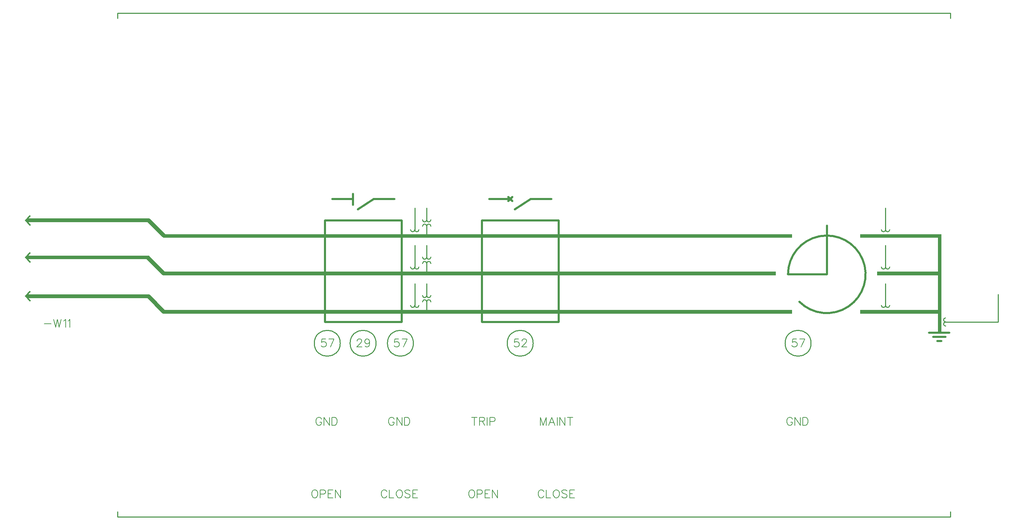
<source format=gto>
G04 Layer: TopSilkscreenLayer*
G04 EasyEDA v6.5.34, 2023-08-21 18:11:39*
G04 edb4cfad772943f9a9c9805ee4eed470,5a6b42c53f6a479593ecc07194224c93,10*
G04 Gerber Generator version 0.2*
G04 Scale: 100 percent, Rotated: No, Reflected: No *
G04 Dimensions in millimeters *
G04 leading zeros omitted , absolute positions ,4 integer and 5 decimal *
%FSLAX45Y45*%
%MOMM*%

%ADD10C,0.2032*%
%ADD11C,0.2540*%
%ADD12C,0.5000*%
%ADD13C,1.0000*%

%LPD*%
D10*
X7542679Y890831D02*
G01*
X7524137Y881687D01*
X7505595Y863145D01*
X7496451Y844603D01*
X7487307Y816917D01*
X7487307Y770689D01*
X7496451Y743003D01*
X7505595Y724715D01*
X7524137Y706173D01*
X7542679Y696775D01*
X7579509Y696775D01*
X7598051Y706173D01*
X7616593Y724715D01*
X7625737Y743003D01*
X7634881Y770689D01*
X7634881Y816917D01*
X7625737Y844603D01*
X7616593Y863145D01*
X7598051Y881687D01*
X7579509Y890831D01*
X7542679Y890831D01*
X7695841Y890831D02*
G01*
X7695841Y696775D01*
X7695841Y890831D02*
G01*
X7779153Y890831D01*
X7806839Y881687D01*
X7815983Y872289D01*
X7825127Y854001D01*
X7825127Y826315D01*
X7815983Y807773D01*
X7806839Y798375D01*
X7779153Y789231D01*
X7695841Y789231D01*
X7886087Y890831D02*
G01*
X7886087Y696775D01*
X7886087Y890831D02*
G01*
X8006229Y890831D01*
X7886087Y798375D02*
G01*
X7960001Y798375D01*
X7886087Y696775D02*
G01*
X8006229Y696775D01*
X8067189Y890831D02*
G01*
X8067189Y696775D01*
X8067189Y890831D02*
G01*
X8196475Y696775D01*
X8196475Y890831D02*
G01*
X8196475Y696775D01*
X9508512Y2622382D02*
G01*
X9499368Y2640924D01*
X9480826Y2659466D01*
X9462538Y2668610D01*
X9425454Y2668610D01*
X9406912Y2659466D01*
X9388624Y2640924D01*
X9379226Y2622382D01*
X9370082Y2594696D01*
X9370082Y2548722D01*
X9379226Y2520782D01*
X9388624Y2502494D01*
X9406912Y2483952D01*
X9425454Y2474808D01*
X9462538Y2474808D01*
X9480826Y2483952D01*
X9499368Y2502494D01*
X9508512Y2520782D01*
X9508512Y2548722D01*
X9462538Y2548722D02*
G01*
X9508512Y2548722D01*
X9569472Y2668610D02*
G01*
X9569472Y2474808D01*
X9569472Y2668610D02*
G01*
X9699012Y2474808D01*
X9699012Y2668610D02*
G01*
X9699012Y2474808D01*
X9759972Y2668610D02*
G01*
X9759972Y2474808D01*
X9759972Y2668610D02*
G01*
X9824488Y2668610D01*
X9852174Y2659466D01*
X9870716Y2640924D01*
X9879860Y2622382D01*
X9889258Y2594696D01*
X9889258Y2548722D01*
X9879860Y2520782D01*
X9870716Y2502494D01*
X9852174Y2483952D01*
X9824488Y2474808D01*
X9759972Y2474808D01*
X7730109Y2622550D02*
G01*
X7720965Y2641092D01*
X7702422Y2659634D01*
X7684134Y2668778D01*
X7647050Y2668778D01*
X7628509Y2659634D01*
X7610220Y2641092D01*
X7600822Y2622550D01*
X7591679Y2594863D01*
X7591679Y2548889D01*
X7600822Y2520950D01*
X7610220Y2502662D01*
X7628509Y2484120D01*
X7647050Y2474976D01*
X7684134Y2474976D01*
X7702422Y2484120D01*
X7720965Y2502662D01*
X7730109Y2520950D01*
X7730109Y2548889D01*
X7684134Y2548889D02*
G01*
X7730109Y2548889D01*
X7791068Y2668778D02*
G01*
X7791068Y2474976D01*
X7791068Y2668778D02*
G01*
X7920609Y2474976D01*
X7920609Y2668778D02*
G01*
X7920609Y2474976D01*
X7981568Y2668778D02*
G01*
X7981568Y2474976D01*
X7981568Y2668778D02*
G01*
X8046084Y2668778D01*
X8073770Y2659634D01*
X8092313Y2641092D01*
X8101456Y2622550D01*
X8110854Y2594863D01*
X8110854Y2548889D01*
X8101456Y2520950D01*
X8092313Y2502662D01*
X8073770Y2484120D01*
X8046084Y2474976D01*
X7981568Y2474976D01*
X11385877Y890831D02*
G01*
X11367335Y881687D01*
X11348793Y863145D01*
X11339649Y844603D01*
X11330505Y816917D01*
X11330505Y770689D01*
X11339649Y743003D01*
X11348793Y724715D01*
X11367335Y706173D01*
X11385877Y696775D01*
X11422707Y696775D01*
X11441249Y706173D01*
X11459791Y724715D01*
X11468935Y743003D01*
X11478079Y770689D01*
X11478079Y816917D01*
X11468935Y844603D01*
X11459791Y863145D01*
X11441249Y881687D01*
X11422707Y890831D01*
X11385877Y890831D01*
X11539039Y890831D02*
G01*
X11539039Y696775D01*
X11539039Y890831D02*
G01*
X11622351Y890831D01*
X11650037Y881687D01*
X11659181Y872289D01*
X11668325Y854001D01*
X11668325Y826315D01*
X11659181Y807773D01*
X11650037Y798375D01*
X11622351Y789231D01*
X11539039Y789231D01*
X11729285Y890831D02*
G01*
X11729285Y696775D01*
X11729285Y890831D02*
G01*
X11849427Y890831D01*
X11729285Y798375D02*
G01*
X11803199Y798375D01*
X11729285Y696775D02*
G01*
X11849427Y696775D01*
X11910387Y890831D02*
G01*
X11910387Y696775D01*
X11910387Y890831D02*
G01*
X12039673Y696775D01*
X12039673Y890831D02*
G01*
X12039673Y696775D01*
X13082983Y2668945D02*
G01*
X13082983Y2474889D01*
X13082983Y2668945D02*
G01*
X13156897Y2474889D01*
X13230811Y2668945D02*
G01*
X13156897Y2474889D01*
X13230811Y2668945D02*
G01*
X13230811Y2474889D01*
X13365685Y2668945D02*
G01*
X13291771Y2474889D01*
X13365685Y2668945D02*
G01*
X13439599Y2474889D01*
X13319457Y2539659D02*
G01*
X13411913Y2539659D01*
X13500559Y2668945D02*
G01*
X13500559Y2474889D01*
X13561519Y2668945D02*
G01*
X13561519Y2474889D01*
X13561519Y2668945D02*
G01*
X13690805Y2474889D01*
X13690805Y2668945D02*
G01*
X13690805Y2474889D01*
X13816281Y2668945D02*
G01*
X13816281Y2474889D01*
X13751765Y2668945D02*
G01*
X13881051Y2668945D01*
X11471249Y2668778D02*
G01*
X11471249Y2474976D01*
X11406479Y2668778D02*
G01*
X11535765Y2668778D01*
X11596725Y2668778D02*
G01*
X11596725Y2474976D01*
X11596725Y2668778D02*
G01*
X11680037Y2668778D01*
X11707723Y2659634D01*
X11716867Y2650489D01*
X11726265Y2631947D01*
X11726265Y2613405D01*
X11716867Y2594863D01*
X11707723Y2585720D01*
X11680037Y2576576D01*
X11596725Y2576576D01*
X11661495Y2576576D02*
G01*
X11726265Y2474976D01*
X11787225Y2668778D02*
G01*
X11787225Y2474976D01*
X11848185Y2668778D02*
G01*
X11848185Y2474976D01*
X11848185Y2668778D02*
G01*
X11931243Y2668778D01*
X11958929Y2659634D01*
X11968073Y2650489D01*
X11977471Y2631947D01*
X11977471Y2604262D01*
X11968073Y2585720D01*
X11958929Y2576576D01*
X11931243Y2567178D01*
X11848185Y2567178D01*
X7827327Y4586478D02*
G01*
X7735125Y4586478D01*
X7725727Y4503420D01*
X7735125Y4512563D01*
X7762811Y4521962D01*
X7790497Y4521962D01*
X7818183Y4512563D01*
X7836725Y4494276D01*
X7845869Y4466589D01*
X7845869Y4448047D01*
X7836725Y4420362D01*
X7818183Y4401820D01*
X7790497Y4392676D01*
X7762811Y4392676D01*
X7735125Y4401820D01*
X7725727Y4410963D01*
X7716583Y4429505D01*
X8036115Y4586478D02*
G01*
X7943913Y4392676D01*
X7906829Y4586478D02*
G01*
X8036115Y4586478D01*
X9618027Y4586478D02*
G01*
X9525825Y4586478D01*
X9516427Y4503420D01*
X9525825Y4512563D01*
X9553511Y4521962D01*
X9581197Y4521962D01*
X9608883Y4512563D01*
X9627425Y4494276D01*
X9636569Y4466589D01*
X9636569Y4448047D01*
X9627425Y4420362D01*
X9608883Y4401820D01*
X9581197Y4392676D01*
X9553511Y4392676D01*
X9525825Y4401820D01*
X9516427Y4410963D01*
X9507283Y4429505D01*
X9826815Y4586478D02*
G01*
X9734613Y4392676D01*
X9697529Y4586478D02*
G01*
X9826815Y4586478D01*
X12551727Y4586478D02*
G01*
X12459525Y4586478D01*
X12450127Y4503420D01*
X12459525Y4512563D01*
X12487211Y4521962D01*
X12514897Y4521962D01*
X12542583Y4512563D01*
X12561125Y4494276D01*
X12570269Y4466589D01*
X12570269Y4448047D01*
X12561125Y4420362D01*
X12542583Y4401820D01*
X12514897Y4392676D01*
X12487211Y4392676D01*
X12459525Y4401820D01*
X12450127Y4410963D01*
X12440983Y4429505D01*
X12640373Y4540250D02*
G01*
X12640373Y4549647D01*
X12649771Y4568189D01*
X12658915Y4577334D01*
X12677457Y4586478D01*
X12714287Y4586478D01*
X12732829Y4577334D01*
X12741973Y4568189D01*
X12751371Y4549647D01*
X12751371Y4531105D01*
X12741973Y4512563D01*
X12723685Y4484878D01*
X12631229Y4392676D01*
X12760515Y4392676D01*
X8602027Y4540250D02*
G01*
X8602027Y4549647D01*
X8611425Y4568189D01*
X8620569Y4577334D01*
X8639111Y4586478D01*
X8675941Y4586478D01*
X8694483Y4577334D01*
X8703627Y4568189D01*
X8713025Y4549647D01*
X8713025Y4531105D01*
X8703627Y4512563D01*
X8685339Y4484878D01*
X8592883Y4392676D01*
X8722169Y4392676D01*
X8903271Y4521962D02*
G01*
X8893873Y4494276D01*
X8875585Y4475734D01*
X8847899Y4466589D01*
X8838501Y4466589D01*
X8810815Y4475734D01*
X8792273Y4494276D01*
X8783129Y4521962D01*
X8783129Y4531105D01*
X8792273Y4558792D01*
X8810815Y4577334D01*
X8838501Y4586478D01*
X8847899Y4586478D01*
X8875585Y4577334D01*
X8893873Y4558792D01*
X8903271Y4521962D01*
X8903271Y4475734D01*
X8893873Y4429505D01*
X8875585Y4401820D01*
X8847899Y4392676D01*
X8829357Y4392676D01*
X8801671Y4401820D01*
X8792273Y4420362D01*
X19357086Y4586478D02*
G01*
X19264629Y4586478D01*
X19255486Y4503420D01*
X19264629Y4512563D01*
X19292316Y4521962D01*
X19320002Y4521962D01*
X19347688Y4512563D01*
X19366229Y4494276D01*
X19375374Y4466589D01*
X19375374Y4448047D01*
X19366229Y4420362D01*
X19347688Y4401820D01*
X19320002Y4392676D01*
X19292316Y4392676D01*
X19264629Y4401820D01*
X19255486Y4410963D01*
X19246088Y4429505D01*
X19565874Y4586478D02*
G01*
X19473418Y4392676D01*
X19436334Y4586478D02*
G01*
X19565874Y4586478D01*
X9327454Y844603D02*
G01*
X9318310Y863145D01*
X9299768Y881687D01*
X9281226Y890831D01*
X9244396Y890831D01*
X9225854Y881687D01*
X9207566Y863145D01*
X9198168Y844603D01*
X9189024Y816917D01*
X9189024Y770689D01*
X9198168Y743003D01*
X9207566Y724715D01*
X9225854Y706173D01*
X9244396Y696775D01*
X9281226Y696775D01*
X9299768Y706173D01*
X9318310Y724715D01*
X9327454Y743003D01*
X9388414Y890831D02*
G01*
X9388414Y696775D01*
X9388414Y696775D02*
G01*
X9499412Y696775D01*
X9615744Y890831D02*
G01*
X9597202Y881687D01*
X9578660Y863145D01*
X9569516Y844603D01*
X9560372Y816917D01*
X9560372Y770689D01*
X9569516Y743003D01*
X9578660Y724715D01*
X9597202Y706173D01*
X9615744Y696775D01*
X9652574Y696775D01*
X9671116Y706173D01*
X9689658Y724715D01*
X9698802Y743003D01*
X9707946Y770689D01*
X9707946Y816917D01*
X9698802Y844603D01*
X9689658Y863145D01*
X9671116Y881687D01*
X9652574Y890831D01*
X9615744Y890831D01*
X9898446Y863145D02*
G01*
X9879904Y881687D01*
X9852218Y890831D01*
X9815134Y890831D01*
X9787448Y881687D01*
X9768906Y863145D01*
X9768906Y844603D01*
X9778304Y826315D01*
X9787448Y816917D01*
X9805990Y807773D01*
X9861362Y789231D01*
X9879904Y780087D01*
X9889048Y770689D01*
X9898446Y752401D01*
X9898446Y724715D01*
X9879904Y706173D01*
X9852218Y696775D01*
X9815134Y696775D01*
X9787448Y706173D01*
X9768906Y724715D01*
X9959406Y890831D02*
G01*
X9959406Y696775D01*
X9959406Y890831D02*
G01*
X10079294Y890831D01*
X9959406Y798375D02*
G01*
X10033066Y798375D01*
X9959406Y696775D02*
G01*
X10079294Y696775D01*
X13170651Y844603D02*
G01*
X13161507Y863145D01*
X13142965Y881687D01*
X13124423Y890831D01*
X13087593Y890831D01*
X13069051Y881687D01*
X13050763Y863145D01*
X13041365Y844603D01*
X13032221Y816917D01*
X13032221Y770689D01*
X13041365Y743003D01*
X13050763Y724715D01*
X13069051Y706173D01*
X13087593Y696775D01*
X13124423Y696775D01*
X13142965Y706173D01*
X13161507Y724715D01*
X13170651Y743003D01*
X13231611Y890831D02*
G01*
X13231611Y696775D01*
X13231611Y696775D02*
G01*
X13342609Y696775D01*
X13458941Y890831D02*
G01*
X13440399Y881687D01*
X13421857Y863145D01*
X13412713Y844603D01*
X13403569Y816917D01*
X13403569Y770689D01*
X13412713Y743003D01*
X13421857Y724715D01*
X13440399Y706173D01*
X13458941Y696775D01*
X13495771Y696775D01*
X13514313Y706173D01*
X13532855Y724715D01*
X13541999Y743003D01*
X13551143Y770689D01*
X13551143Y816917D01*
X13541999Y844603D01*
X13532855Y863145D01*
X13514313Y881687D01*
X13495771Y890831D01*
X13458941Y890831D01*
X13741643Y863145D02*
G01*
X13723101Y881687D01*
X13695415Y890831D01*
X13658331Y890831D01*
X13630645Y881687D01*
X13612103Y863145D01*
X13612103Y844603D01*
X13621501Y826315D01*
X13630645Y816917D01*
X13649187Y807773D01*
X13704559Y789231D01*
X13723101Y780087D01*
X13732245Y770689D01*
X13741643Y752401D01*
X13741643Y724715D01*
X13723101Y706173D01*
X13695415Y696775D01*
X13658331Y696775D01*
X13630645Y706173D01*
X13612103Y724715D01*
X13802603Y890831D02*
G01*
X13802603Y696775D01*
X13802603Y890831D02*
G01*
X13922491Y890831D01*
X13802603Y798375D02*
G01*
X13876263Y798375D01*
X13802603Y696775D02*
G01*
X13922491Y696775D01*
X939800Y4958334D02*
G01*
X1106170Y4958334D01*
X1167129Y5069078D02*
G01*
X1213104Y4875276D01*
X1259331Y5069078D02*
G01*
X1213104Y4875276D01*
X1259331Y5069078D02*
G01*
X1305560Y4875276D01*
X1351787Y5069078D02*
G01*
X1305560Y4875276D01*
X1412747Y5032247D02*
G01*
X1431289Y5041392D01*
X1458976Y5069078D01*
X1458976Y4875276D01*
X1519936Y5032247D02*
G01*
X1538223Y5041392D01*
X1565910Y5069078D01*
X1565910Y4875276D01*
X19259702Y2622550D02*
G01*
X19250558Y2641092D01*
X19232016Y2659634D01*
X19213728Y2668778D01*
X19176644Y2668778D01*
X19158102Y2659634D01*
X19139814Y2641092D01*
X19130416Y2622550D01*
X19121272Y2594863D01*
X19121272Y2548889D01*
X19130416Y2520950D01*
X19139814Y2502662D01*
X19158102Y2484120D01*
X19176644Y2474976D01*
X19213728Y2474976D01*
X19232016Y2484120D01*
X19250558Y2502662D01*
X19259702Y2520950D01*
X19259702Y2548889D01*
X19213728Y2548889D02*
G01*
X19259702Y2548889D01*
X19320662Y2668778D02*
G01*
X19320662Y2474976D01*
X19320662Y2668778D02*
G01*
X19450202Y2474976D01*
X19450202Y2668778D02*
G01*
X19450202Y2474976D01*
X19511162Y2668778D02*
G01*
X19511162Y2474976D01*
X19511162Y2668778D02*
G01*
X19575678Y2668778D01*
X19603364Y2659634D01*
X19621906Y2641092D01*
X19631050Y2622550D01*
X19640448Y2594863D01*
X19640448Y2548889D01*
X19631050Y2520950D01*
X19621906Y2502662D01*
X19603364Y2484120D01*
X19575678Y2474976D01*
X19511162Y2474976D01*
G36*
X581050Y5772150D02*
G01*
X460400Y5638800D01*
X581050Y5505450D01*
X606450Y5530850D01*
X511200Y5638800D01*
X606450Y5746750D01*
G37*
G36*
X581050Y7626350D02*
G01*
X460400Y7493000D01*
X581050Y7359650D01*
X606450Y7385050D01*
X511200Y7493000D01*
X606450Y7600950D01*
G37*
G36*
X584200Y6718300D02*
G01*
X463550Y6584950D01*
X584200Y6451600D01*
X609600Y6477000D01*
X514350Y6584950D01*
X609600Y6692900D01*
G37*
D11*
X24295100Y5003800D02*
G01*
X24295100Y5676900D01*
X23545800Y5003800D02*
G01*
X24295100Y5003800D01*
X23012400Y5003800D02*
G01*
X23545800Y5003800D01*
X23126700Y12573000D02*
G01*
X23126700Y12446000D01*
X23126700Y355600D02*
G01*
X23126700Y228600D01*
X2734195Y355600D02*
G01*
X2734195Y228600D01*
X3724795Y228600D01*
X3724795Y228600D02*
G01*
X23124756Y228600D01*
X3724795Y12573000D02*
G01*
X23124751Y12573000D01*
X2734195Y12446000D02*
G01*
X2734195Y12573000D01*
X3724795Y12573000D01*
D12*
X22606000Y4737100D02*
G01*
X23105999Y4737100D01*
X22707600Y4635500D02*
G01*
X23007599Y4635500D01*
X22809200Y4533900D02*
G01*
X22909199Y4533900D01*
X19151600Y6172200D02*
G01*
X20104100Y6172200D01*
X20104100Y7366000D01*
D13*
X3860800Y7124700D02*
G01*
X3492500Y7493000D01*
X3860800Y6197600D02*
G01*
X3479800Y6578600D01*
X3860800Y5257800D02*
G01*
X3492500Y5626100D01*
D12*
X12398895Y7962900D02*
G01*
X12297295Y8064500D01*
X12297295Y7962900D02*
G01*
X12398895Y8064500D01*
X12851196Y8013700D02*
G01*
X13359196Y8013700D01*
X11835196Y8013700D02*
G01*
X12343196Y8013700D01*
X12851196Y8013700D02*
G01*
X12457496Y7759700D01*
X9007995Y8013700D02*
G01*
X9515995Y8013700D01*
X7991995Y8013700D02*
G01*
X8499995Y8013700D01*
X9007995Y8013700D02*
G01*
X8614295Y7759700D01*
X8499995Y8140700D02*
G01*
X8499995Y7874000D01*
D11*
X21540886Y5410200D02*
G01*
X21540886Y5943600D01*
X21540886Y6350000D02*
G01*
X21540886Y6883400D01*
X21540886Y7264400D02*
G01*
X21540886Y7797800D01*
X10303395Y5499100D02*
G01*
X10303395Y5295900D01*
X10303395Y6438900D02*
G01*
X10303395Y6235700D01*
X10303395Y7353300D02*
G01*
X10303395Y7150100D01*
X10303395Y6591300D02*
G01*
X10303395Y6883400D01*
X10303395Y5651500D02*
G01*
X10303395Y5943600D01*
X10303395Y7505700D02*
G01*
X10303395Y7797800D01*
X10011295Y5410200D02*
G01*
X10011295Y5943600D01*
X10011295Y6350000D02*
G01*
X10011295Y6883400D01*
X10011295Y7264400D02*
G01*
X10011295Y7797800D01*
G75*
G01*
X9909696Y5410200D02*
G03*
X10009696Y5410200I50000J0D01*
G75*
G01*
X10011296Y5410200D02*
G03*
X10111296Y5410200I50000J0D01*
G75*
G01*
X9909696Y6350000D02*
G03*
X10009696Y6350000I50000J0D01*
G75*
G01*
X10011296Y6350000D02*
G03*
X10111296Y6350000I50000J0D01*
G75*
G01*
X10011296Y7264400D02*
G03*
X10111296Y7264400I50000J0D01*
G75*
G01*
X9909696Y7264400D02*
G03*
X10009696Y7264400I50000J0D01*
G75*
G01*
X10201796Y5651500D02*
G03*
X10301796Y5651500I50000J0D01*
G75*
G01*
X10404996Y5499100D02*
G03*
X10304996Y5499100I-50000J0D01*
G75*
G01*
X10303396Y5499100D02*
G03*
X10203396Y5499100I-50000J0D01*
G75*
G01*
X10201796Y6591300D02*
G03*
X10301796Y6591300I50000J0D01*
G75*
G01*
X10404996Y6438900D02*
G03*
X10304996Y6438900I-50000J0D01*
G75*
G01*
X10303396Y6438900D02*
G03*
X10203396Y6438900I-50000J0D01*
G75*
G01*
X10303396Y7353300D02*
G03*
X10203396Y7353300I-50000J0D01*
G75*
G01*
X10404996Y7353300D02*
G03*
X10304996Y7353300I-50000J0D01*
G75*
G01*
X10201796Y7505700D02*
G03*
X10301796Y7505700I50000J0D01*
G75*
G01*
X21439289Y7264400D02*
G03*
X21539289Y7264400I50000J0D01*
G75*
G01*
X21540889Y7264400D02*
G03*
X21640889Y7264400I50000J0D01*
G75*
G01*
X21540889Y6350000D02*
G03*
X21640889Y6350000I50000J0D01*
G75*
G01*
X21439289Y6350000D02*
G03*
X21539289Y6350000I50000J0D01*
G75*
G01*
X21540889Y5410200D02*
G03*
X21640889Y5410200I50000J0D01*
G75*
G01*
X21439289Y5410200D02*
G03*
X21539289Y5410200I50000J0D01*
G75*
G01*
X10303396Y6591300D02*
G03*
X10403396Y6591300I50000J0D01*
G75*
G01*
X10303396Y5651500D02*
G03*
X10403396Y5651500I50000J0D01*
G75*
G01*
X10303396Y7505700D02*
G03*
X10403396Y7505700I50000J0D01*
D12*
G75*
G01*
X19151600Y6172200D02*
G02*
X19429847Y5500449I949998J-2D01*
D11*
G75*
G01*
X23012400Y5105397D02*
G03*
X23012400Y5005398I0J-49999D01*
G75*
G01*
X23012400Y5003797D02*
G03*
X23012400Y4903798I0J-49999D01*
G75*
G01
X8186496Y4483100D02*
G03X8186496Y4483100I-317500J0D01*
G75*
G01
X9977196Y4483100D02*
G03X9977196Y4483100I-317500J0D01*
G75*
G01
X12910896Y4483100D02*
G03X12910896Y4483100I-317500J0D01*
G75*
G01
X9062796Y4483100D02*
G03X9062796Y4483100I-317500J0D01*
G75*
G01
X19716090Y4483100D02*
G03X19716090Y4483100I-317500J0D01*
D12*
X7814208Y7493000D02*
G01*
X9693808Y7493000D01*
X9693808Y5003800D01*
X7814208Y5003800D01*
X7814208Y7493000D01*
X11657406Y7493000D02*
G01*
X13537006Y7493000D01*
X13537006Y5003800D01*
X11657406Y5003800D01*
X11657406Y7493000D01*
G36*
X508000Y5679998D02*
G01*
X3507993Y5679998D01*
X3507993Y5591098D01*
X508000Y5591098D01*
G37*
G36*
X508000Y6629984D02*
G01*
X3507993Y6629984D01*
X3507993Y6541084D01*
X508000Y6541084D01*
G37*
G36*
X508000Y7539989D02*
G01*
X3507993Y7539989D01*
X3507993Y7451089D01*
X508000Y7451089D01*
G37*
G36*
X3849979Y5299582D02*
G01*
X19249948Y5299582D01*
X19249948Y5210682D01*
X3849979Y5210682D01*
G37*
G36*
X3849979Y6235674D02*
G01*
X18849949Y6235674D01*
X18849949Y6146774D01*
X3849979Y6146774D01*
G37*
G36*
X3849979Y7156373D02*
G01*
X19249948Y7156373D01*
X19249948Y7067473D01*
X3849979Y7067473D01*
G37*
G36*
X20916849Y7156373D02*
G01*
X22910850Y7156373D01*
X22910850Y7067473D01*
X20916849Y7067473D01*
G37*
G36*
X21336000Y6235700D02*
G01*
X22886009Y6235700D01*
X22886009Y6146800D01*
X21336000Y6146800D01*
G37*
G36*
X20916849Y5299582D02*
G01*
X22866857Y5299582D01*
X22866857Y5210682D01*
X20916849Y5210682D01*
G37*
G36*
X22821900Y7150100D02*
G01*
X22910800Y7150100D01*
X22910800Y4750104D01*
X22821900Y4750104D01*
G37*
M02*

</source>
